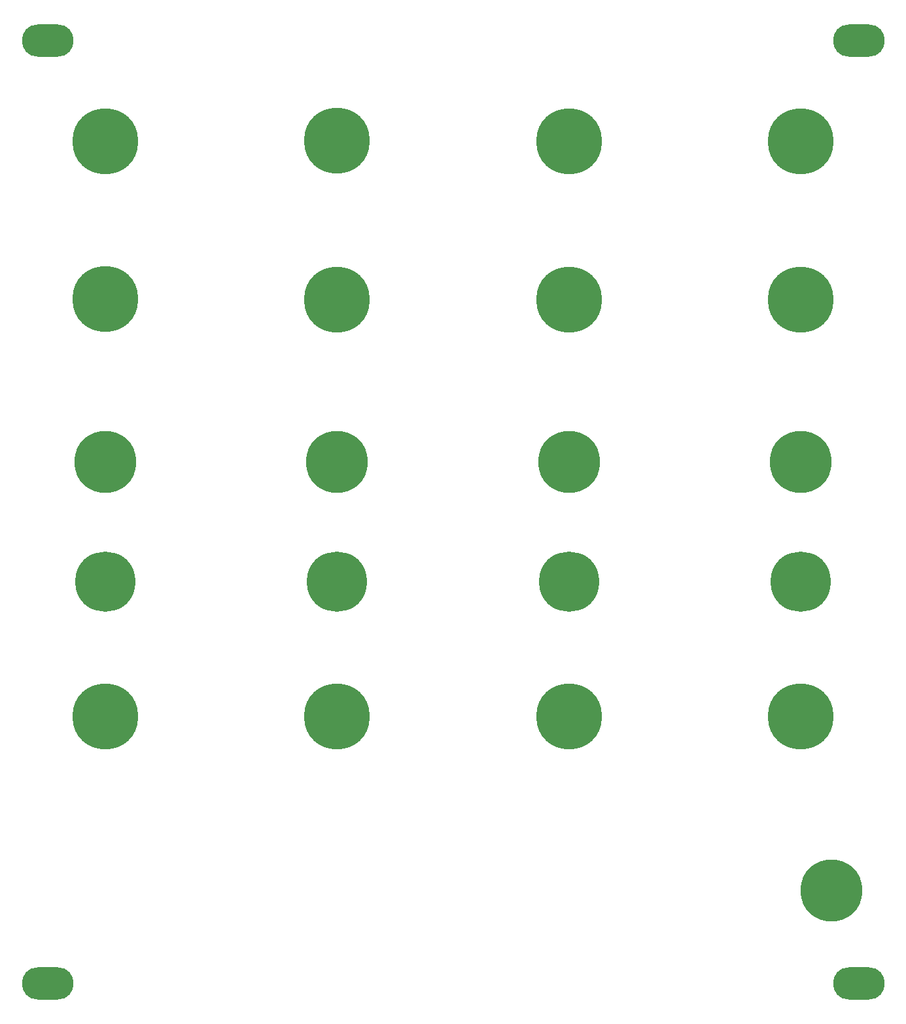
<source format=gbl>
G04 #@! TF.GenerationSoftware,KiCad,Pcbnew,(6.0.1)*
G04 #@! TF.CreationDate,2022-09-12T08:21:23+02:00*
G04 #@! TF.ProjectId,Drumbox,4472756d-626f-4782-9e6b-696361645f70,rev?*
G04 #@! TF.SameCoordinates,Original*
G04 #@! TF.FileFunction,Copper,L2,Bot*
G04 #@! TF.FilePolarity,Positive*
%FSLAX46Y46*%
G04 Gerber Fmt 4.6, Leading zero omitted, Abs format (unit mm)*
G04 Created by KiCad (PCBNEW (6.0.1)) date 2022-09-12 08:21:23*
%MOMM*%
%LPD*%
G01*
G04 APERTURE LIST*
G04 #@! TA.AperFunction,ComponentPad*
%ADD10O,6.700000X4.200000*%
G04 #@! TD*
G04 #@! TA.AperFunction,ViaPad*
%ADD11C,8.500000*%
G04 #@! TD*
G04 #@! TA.AperFunction,ViaPad*
%ADD12C,7.800000*%
G04 #@! TD*
G04 #@! TA.AperFunction,ViaPad*
%ADD13C,8.000000*%
G04 #@! TD*
G04 APERTURE END LIST*
D10*
X67250000Y-30500000D03*
X172250000Y-30500000D03*
X67250000Y-152500000D03*
X172250000Y-152500000D03*
D11*
X104749327Y-43490916D03*
X134742606Y-43498655D03*
D12*
X164750000Y-100500000D03*
D11*
X74750000Y-118000000D03*
D12*
X74750000Y-100500000D03*
D13*
X168750000Y-140497644D03*
D12*
X134750000Y-100500000D03*
X104750000Y-100500000D03*
D13*
X134750000Y-85000000D03*
X104739232Y-84992932D03*
D11*
X74734521Y-43498309D03*
X104744632Y-63998991D03*
X164736537Y-43497983D03*
D13*
X164750000Y-85000000D03*
D11*
X134740244Y-117996639D03*
X134747977Y-63996300D03*
X104745066Y-117996300D03*
X164748766Y-63997533D03*
X164735173Y-117998991D03*
X74728457Y-63972408D03*
D13*
X74741588Y-84988900D03*
M02*

</source>
